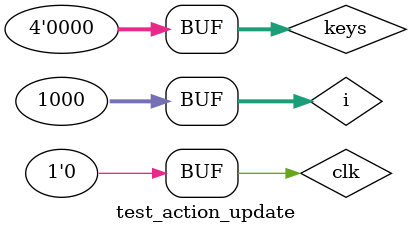
<source format=v>
`timescale 1ns / 1ps

module test_action_update;

    // Inputs
    reg clk;
    reg [3:0] keys;

    // Outputs
    wire direction;
    wire [1:0] action;
    wire [3:0] is_move;

    // Instantiate the Unit Under Test (UUT)
    action_update uut (
        .clk(clk),
        .keys(keys),
        .direction(direction),
        .action(action),
        .is_move(is_move)
    );

    integer i;
    initial begin
        clk = 0;
        keys = 4'b0001;
        i = 0;
        #100;
        for (i = 0; i < 1000; i = i + 1) begin
            clk = ~clk;
            if (i == 500) begin
                keys = 4'b0000;
            end
            #1;
        end
    end
      
endmodule

</source>
